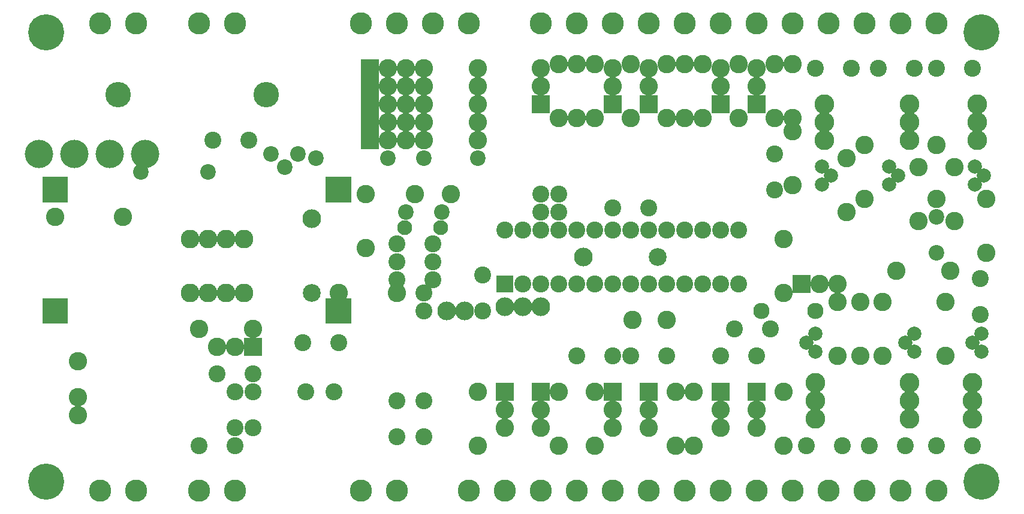
<source format=gbr>
%FSLAX34Y34*%
%MOMM*%
%LNSOLDERMASK_TOP*%
G71*
G01*
%ADD10C, 5.10*%
%ADD11C, 2.40*%
%ADD12C, 3.14*%
%ADD13C, 2.60*%
%ADD14C, 2.63*%
%ADD15C, 2.51*%
%ADD16C, 2.64*%
%ADD17C, 2.40*%
%ADD18C, 2.60*%
%ADD19C, 2.20*%
%ADD20C, 2.10*%
%ADD21C, 2.64*%
%ADD22C, 2.30*%
%ADD23C, 3.60*%
%ADD24C, 4.00*%
%ADD25C, 2.60*%
%ADD26C, 2.80*%
%ADD27C, 2.00*%
%LPD*%
X88900Y-107950D02*
G54D10*
D03*
X88900Y-742950D02*
G54D10*
D03*
X1409700Y-107950D02*
G54D10*
D03*
X1409700Y-742950D02*
G54D10*
D03*
G36*
X83600Y-312200D02*
X119600Y-312200D01*
X119600Y-348200D01*
X83600Y-348200D01*
X83600Y-312200D01*
G37*
G36*
X83600Y-483650D02*
X119600Y-483650D01*
X119600Y-519650D01*
X83600Y-519650D01*
X83600Y-483650D01*
G37*
G36*
X483650Y-483650D02*
X519650Y-483650D01*
X519650Y-519650D01*
X483650Y-519650D01*
X483650Y-483650D01*
G37*
G36*
X483650Y-312200D02*
X519650Y-312200D01*
X519650Y-348200D01*
X483650Y-348200D01*
X483650Y-312200D01*
G37*
G36*
X724600Y-451550D02*
X748600Y-451550D01*
X748600Y-475550D01*
X724600Y-475550D01*
X724600Y-451550D01*
G37*
X762000Y-463550D02*
G54D11*
D03*
X787400Y-463550D02*
G54D11*
D03*
X812800Y-463550D02*
G54D11*
D03*
X838200Y-463550D02*
G54D11*
D03*
X863600Y-463550D02*
G54D11*
D03*
X889000Y-463550D02*
G54D11*
D03*
X914400Y-463550D02*
G54D11*
D03*
X939800Y-463550D02*
G54D11*
D03*
X965200Y-463550D02*
G54D11*
D03*
X990600Y-463550D02*
G54D11*
D03*
X1016000Y-463550D02*
G54D11*
D03*
X1041400Y-463550D02*
G54D11*
D03*
X1066800Y-463550D02*
G54D11*
D03*
X1066800Y-387350D02*
G54D11*
D03*
X1041400Y-387350D02*
G54D11*
D03*
X1016000Y-387350D02*
G54D11*
D03*
X990600Y-387350D02*
G54D11*
D03*
X965200Y-387350D02*
G54D11*
D03*
X939800Y-387350D02*
G54D11*
D03*
X914400Y-387350D02*
G54D11*
D03*
X889000Y-387350D02*
G54D11*
D03*
X863600Y-387350D02*
G54D11*
D03*
X838200Y-387350D02*
G54D11*
D03*
X812800Y-387350D02*
G54D11*
D03*
X787400Y-387350D02*
G54D11*
D03*
X762000Y-387350D02*
G54D11*
D03*
X736600Y-387350D02*
G54D11*
D03*
X215900Y-755650D02*
G54D12*
D03*
X165100Y-755650D02*
G54D12*
D03*
X165100Y-95250D02*
G54D12*
D03*
X215900Y-95250D02*
G54D12*
D03*
X304800Y-95250D02*
G54D12*
D03*
X355600Y-95250D02*
G54D12*
D03*
X1295400Y-755650D02*
G54D12*
D03*
X1244600Y-755650D02*
G54D12*
D03*
X1346200Y-755650D02*
G54D12*
D03*
X1143000Y-755650D02*
G54D12*
D03*
X1092200Y-755650D02*
G54D12*
D03*
X1193800Y-755650D02*
G54D12*
D03*
X990600Y-755650D02*
G54D12*
D03*
X939800Y-755650D02*
G54D12*
D03*
X1041400Y-755650D02*
G54D12*
D03*
X838200Y-755650D02*
G54D12*
D03*
X787400Y-755650D02*
G54D12*
D03*
X889000Y-755650D02*
G54D12*
D03*
X584200Y-755650D02*
G54D12*
D03*
X533400Y-755650D02*
G54D12*
D03*
X355600Y-755650D02*
G54D12*
D03*
X304800Y-755650D02*
G54D12*
D03*
X133320Y-649319D02*
G54D13*
D03*
X133320Y-573119D02*
G54D13*
D03*
X368300Y-476250D02*
G54D14*
D03*
X342900Y-476250D02*
G54D14*
D03*
X317500Y-476250D02*
G54D14*
D03*
X292100Y-476250D02*
G54D14*
D03*
X368300Y-400050D02*
G54D14*
D03*
X342900Y-400050D02*
G54D14*
D03*
X317500Y-400050D02*
G54D14*
D03*
X292100Y-400050D02*
G54D14*
D03*
X463550Y-476250D02*
G54D15*
D03*
X463550Y-371475D02*
G54D16*
D03*
X304800Y-527050D02*
G54D13*
D03*
X381000Y-527050D02*
G54D13*
D03*
X304800Y-692150D02*
G54D17*
D03*
X355600Y-692150D02*
G54D17*
D03*
X330200Y-590550D02*
G54D17*
D03*
X381000Y-590550D02*
G54D17*
D03*
X381000Y-666750D02*
G54D17*
D03*
X381000Y-615950D02*
G54D17*
D03*
X355600Y-615950D02*
G54D17*
D03*
X355600Y-666750D02*
G54D17*
D03*
G36*
X394000Y-565450D02*
X368000Y-565450D01*
X368000Y-539450D01*
X394000Y-539450D01*
X394000Y-565450D01*
G37*
X355600Y-552450D02*
G54D18*
D03*
X330200Y-552450D02*
G54D18*
D03*
X450850Y-546100D02*
G54D17*
D03*
X501650Y-546100D02*
G54D17*
D03*
X495300Y-615950D02*
G54D17*
D03*
X455300Y-615950D02*
G54D17*
D03*
G36*
X749600Y-602950D02*
X749600Y-628950D01*
X723600Y-628950D01*
X723600Y-602950D01*
X749600Y-602950D01*
G37*
X736600Y-641350D02*
G54D18*
D03*
X736600Y-666750D02*
G54D18*
D03*
G36*
X800400Y-602950D02*
X800400Y-628950D01*
X774400Y-628950D01*
X774400Y-602950D01*
X800400Y-602950D01*
G37*
X787400Y-641350D02*
G54D18*
D03*
X787400Y-666750D02*
G54D18*
D03*
G36*
X902000Y-602950D02*
X902000Y-628950D01*
X876000Y-628950D01*
X876000Y-602950D01*
X902000Y-602950D01*
G37*
X889000Y-641350D02*
G54D18*
D03*
X889000Y-666750D02*
G54D18*
D03*
G36*
X952800Y-602950D02*
X952800Y-628950D01*
X926800Y-628950D01*
X926800Y-602950D01*
X952800Y-602950D01*
G37*
X939800Y-641350D02*
G54D18*
D03*
X939800Y-666750D02*
G54D18*
D03*
G36*
X1054400Y-602950D02*
X1054400Y-628950D01*
X1028400Y-628950D01*
X1028400Y-602950D01*
X1054400Y-602950D01*
G37*
X1041400Y-641350D02*
G54D18*
D03*
X1041400Y-666750D02*
G54D18*
D03*
G36*
X1105200Y-602950D02*
X1105200Y-628950D01*
X1079200Y-628950D01*
X1079200Y-602950D01*
X1105200Y-602950D01*
G37*
X1092200Y-641350D02*
G54D18*
D03*
X1092200Y-666750D02*
G54D18*
D03*
X698500Y-692150D02*
G54D13*
D03*
X698500Y-615950D02*
G54D13*
D03*
X812800Y-615950D02*
G54D13*
D03*
X812800Y-692150D02*
G54D13*
D03*
X863600Y-615950D02*
G54D13*
D03*
X863600Y-692150D02*
G54D13*
D03*
X977900Y-615950D02*
G54D13*
D03*
X977900Y-692150D02*
G54D13*
D03*
X1003300Y-615950D02*
G54D13*
D03*
X1003300Y-692150D02*
G54D13*
D03*
X1130300Y-615950D02*
G54D13*
D03*
X1130300Y-692150D02*
G54D13*
D03*
X622300Y-628650D02*
G54D17*
D03*
X622300Y-679450D02*
G54D17*
D03*
X584200Y-628650D02*
G54D17*
D03*
X584200Y-679450D02*
G54D17*
D03*
X838200Y-565150D02*
G54D17*
D03*
X889000Y-565150D02*
G54D17*
D03*
X914400Y-565150D02*
G54D17*
D03*
X965200Y-565150D02*
G54D17*
D03*
X965200Y-514350D02*
G54D13*
D03*
X916800Y-514350D02*
G54D13*
D03*
X1041400Y-565150D02*
G54D17*
D03*
X1092200Y-565150D02*
G54D17*
D03*
X1060450Y-527050D02*
G54D17*
D03*
X1111250Y-527050D02*
G54D17*
D03*
X1295400Y-95250D02*
G54D12*
D03*
X1346200Y-95250D02*
G54D12*
D03*
X1244600Y-95250D02*
G54D12*
D03*
X1143000Y-95250D02*
G54D12*
D03*
X1193800Y-95250D02*
G54D12*
D03*
X1092200Y-95250D02*
G54D12*
D03*
X990600Y-95250D02*
G54D12*
D03*
X1041400Y-95250D02*
G54D12*
D03*
X939800Y-95250D02*
G54D12*
D03*
X838200Y-95250D02*
G54D12*
D03*
X889000Y-95250D02*
G54D12*
D03*
X787400Y-95250D02*
G54D12*
D03*
X533400Y-95250D02*
G54D12*
D03*
X584200Y-95250D02*
G54D12*
D03*
X1346130Y-368380D02*
G54D19*
D03*
X1346130Y-419180D02*
G54D19*
D03*
G36*
X1079200Y-222550D02*
X1079200Y-196550D01*
X1105200Y-196550D01*
X1105200Y-222550D01*
X1079200Y-222550D01*
G37*
X1092200Y-184150D02*
G54D18*
D03*
X1092200Y-158750D02*
G54D18*
D03*
G36*
X1028400Y-222550D02*
X1028400Y-196550D01*
X1054400Y-196550D01*
X1054400Y-222550D01*
X1028400Y-222550D01*
G37*
X1041400Y-184150D02*
G54D18*
D03*
X1041400Y-158750D02*
G54D18*
D03*
G36*
X926800Y-222550D02*
X926800Y-196550D01*
X952800Y-196550D01*
X952800Y-222550D01*
X926800Y-222550D01*
G37*
X939800Y-184150D02*
G54D18*
D03*
X939800Y-158750D02*
G54D18*
D03*
G36*
X876000Y-222550D02*
X876000Y-196550D01*
X902000Y-196550D01*
X902000Y-222550D01*
X876000Y-222550D01*
G37*
X889000Y-184150D02*
G54D18*
D03*
X889000Y-158750D02*
G54D18*
D03*
G36*
X774400Y-222550D02*
X774400Y-196550D01*
X800400Y-196550D01*
X800400Y-222550D01*
X774400Y-222550D01*
G37*
X787400Y-184150D02*
G54D18*
D03*
X787400Y-158750D02*
G54D18*
D03*
X1117600Y-152400D02*
G54D13*
D03*
X1117600Y-228600D02*
G54D13*
D03*
X1143000Y-152400D02*
G54D13*
D03*
X1143000Y-228600D02*
G54D13*
D03*
X1066800Y-152400D02*
G54D13*
D03*
X1066800Y-228600D02*
G54D13*
D03*
X1016000Y-152400D02*
G54D13*
D03*
X1016000Y-228600D02*
G54D13*
D03*
X965200Y-152400D02*
G54D13*
D03*
X965200Y-228600D02*
G54D13*
D03*
X990600Y-152400D02*
G54D13*
D03*
X990600Y-228600D02*
G54D13*
D03*
X914400Y-152400D02*
G54D13*
D03*
X914400Y-228600D02*
G54D13*
D03*
X863600Y-152400D02*
G54D13*
D03*
X863600Y-228600D02*
G54D13*
D03*
X838200Y-152400D02*
G54D13*
D03*
X838200Y-228600D02*
G54D13*
D03*
X812800Y-152400D02*
G54D13*
D03*
X812800Y-228600D02*
G54D13*
D03*
G36*
X533100Y-145750D02*
X559100Y-145750D01*
X559100Y-171750D01*
X533100Y-171750D01*
X533100Y-145750D01*
G37*
X571500Y-158750D02*
G54D18*
D03*
X596900Y-158750D02*
G54D18*
D03*
G36*
X533100Y-171150D02*
X559100Y-171150D01*
X559100Y-197150D01*
X533100Y-197150D01*
X533100Y-171150D01*
G37*
X571500Y-184150D02*
G54D18*
D03*
X596900Y-184150D02*
G54D18*
D03*
G36*
X533100Y-196550D02*
X559100Y-196550D01*
X559100Y-222550D01*
X533100Y-222550D01*
X533100Y-196550D01*
G37*
X571500Y-209550D02*
G54D18*
D03*
X596900Y-209550D02*
G54D18*
D03*
G36*
X533100Y-221950D02*
X559100Y-221950D01*
X559100Y-247950D01*
X533100Y-247950D01*
X533100Y-221950D01*
G37*
X571500Y-234950D02*
G54D18*
D03*
X596900Y-234950D02*
G54D18*
D03*
G36*
X533100Y-247350D02*
X559100Y-247350D01*
X559100Y-273350D01*
X533100Y-273350D01*
X533100Y-247350D01*
G37*
X571500Y-260350D02*
G54D18*
D03*
X596900Y-260350D02*
G54D18*
D03*
X622300Y-158750D02*
G54D13*
D03*
X698500Y-158750D02*
G54D13*
D03*
X622300Y-184150D02*
G54D13*
D03*
X698500Y-184150D02*
G54D13*
D03*
X622300Y-209550D02*
G54D13*
D03*
X698500Y-209550D02*
G54D13*
D03*
X622300Y-234950D02*
G54D13*
D03*
X698500Y-234950D02*
G54D13*
D03*
X622300Y-260350D02*
G54D13*
D03*
X698500Y-260350D02*
G54D13*
D03*
X1143000Y-247650D02*
G54D13*
D03*
X1143000Y-323850D02*
G54D13*
D03*
X1117600Y-279400D02*
G54D17*
D03*
X1117600Y-330200D02*
G54D17*
D03*
X812800Y-336550D02*
G54D17*
D03*
X812800Y-361950D02*
G54D17*
D03*
X787400Y-361950D02*
G54D17*
D03*
X787400Y-336550D02*
G54D17*
D03*
X609600Y-336550D02*
G54D13*
D03*
X660400Y-336550D02*
G54D13*
D03*
X595312Y-384175D02*
G54D20*
D03*
X646112Y-384175D02*
G54D20*
D03*
X596900Y-361950D02*
G54D19*
D03*
X647700Y-361950D02*
G54D19*
D03*
X584200Y-406400D02*
G54D17*
D03*
X635000Y-406400D02*
G54D17*
D03*
X584200Y-431800D02*
G54D17*
D03*
X635000Y-431800D02*
G54D17*
D03*
X584200Y-457200D02*
G54D17*
D03*
X635000Y-457200D02*
G54D17*
D03*
X952500Y-425450D02*
G54D15*
D03*
X847725Y-425450D02*
G54D16*
D03*
X584200Y-476250D02*
G54D13*
D03*
X501650Y-476250D02*
G54D13*
D03*
X889000Y-355600D02*
G54D17*
D03*
X939800Y-355600D02*
G54D17*
D03*
X133320Y-623919D02*
G54D13*
D03*
X635000Y-95250D02*
G54D12*
D03*
X685800Y-95250D02*
G54D12*
D03*
X736600Y-755650D02*
G54D12*
D03*
X685800Y-755650D02*
G54D12*
D03*
X787400Y-495300D02*
G54D21*
D03*
X762000Y-495300D02*
G54D21*
D03*
X736442Y-495342D02*
G54D21*
D03*
X704850Y-450850D02*
G54D17*
D03*
X704850Y-501650D02*
G54D17*
D03*
X679450Y-501650D02*
G54D21*
D03*
X654050Y-501650D02*
G54D21*
D03*
X1098550Y-501650D02*
G54D22*
D03*
X1174750Y-501650D02*
G54D22*
D03*
G36*
X1142700Y-450550D02*
X1168700Y-450550D01*
X1168700Y-476550D01*
X1142700Y-476550D01*
X1142700Y-450550D01*
G37*
X1181100Y-463550D02*
G54D18*
D03*
X1206500Y-463550D02*
G54D18*
D03*
X190088Y-195900D02*
G54D23*
D03*
X399638Y-195900D02*
G54D23*
D03*
X228600Y-279400D02*
G54D24*
D03*
X178600Y-279400D02*
G54D24*
D03*
X128600Y-279400D02*
G54D24*
D03*
X78600Y-279400D02*
G54D24*
D03*
X101600Y-368300D02*
G54D25*
D03*
X196850Y-368300D02*
G54D25*
D03*
X622300Y-501650D02*
G54D17*
D03*
X622300Y-476250D02*
G54D17*
D03*
X1403350Y-260350D02*
G54D26*
D03*
X1403350Y-234950D02*
G54D26*
D03*
X1403350Y-209550D02*
G54D26*
D03*
X1187450Y-260350D02*
G54D26*
D03*
X1187450Y-234950D02*
G54D26*
D03*
X1187450Y-209550D02*
G54D26*
D03*
X1308100Y-260350D02*
G54D26*
D03*
X1308100Y-234950D02*
G54D26*
D03*
X1308100Y-209550D02*
G54D26*
D03*
X1225550Y-158750D02*
G54D17*
D03*
X1174750Y-158750D02*
G54D17*
D03*
X1263650Y-158750D02*
G54D17*
D03*
X1314450Y-158750D02*
G54D17*
D03*
X1346200Y-158750D02*
G54D17*
D03*
X1397000Y-158750D02*
G54D17*
D03*
X1219200Y-285750D02*
G54D13*
D03*
X1219200Y-361950D02*
G54D13*
D03*
X1244600Y-342900D02*
G54D13*
D03*
X1244600Y-266700D02*
G54D13*
D03*
X1184064Y-297250D02*
G54D27*
D03*
X1196763Y-309950D02*
G54D27*
D03*
X1184063Y-322650D02*
G54D27*
D03*
X1279314Y-297249D02*
G54D27*
D03*
X1292014Y-309950D02*
G54D27*
D03*
X1279314Y-322650D02*
G54D27*
D03*
X698500Y-285750D02*
G54D19*
D03*
X622300Y-285750D02*
G54D19*
D03*
X571500Y-285750D02*
G54D19*
D03*
X1320800Y-374650D02*
G54D13*
D03*
X1320800Y-298450D02*
G54D13*
D03*
X1346200Y-342900D02*
G54D13*
D03*
X1346200Y-266700D02*
G54D13*
D03*
X1399964Y-297249D02*
G54D27*
D03*
X1412664Y-309950D02*
G54D27*
D03*
X1399964Y-322650D02*
G54D27*
D03*
X1371600Y-374650D02*
G54D13*
D03*
X1371600Y-298450D02*
G54D13*
D03*
X1416050Y-419100D02*
G54D13*
D03*
X1416050Y-342900D02*
G54D13*
D03*
X1174750Y-603250D02*
G54D26*
D03*
X1174750Y-628650D02*
G54D26*
D03*
X1174750Y-654050D02*
G54D26*
D03*
X1397000Y-603250D02*
G54D26*
D03*
X1397000Y-628650D02*
G54D26*
D03*
X1397000Y-654050D02*
G54D26*
D03*
X1308100Y-603250D02*
G54D26*
D03*
X1308100Y-628650D02*
G54D26*
D03*
X1308100Y-654050D02*
G54D26*
D03*
X1212850Y-692150D02*
G54D17*
D03*
X1162050Y-692150D02*
G54D17*
D03*
X1250950Y-692150D02*
G54D17*
D03*
X1301750Y-692150D02*
G54D17*
D03*
X1346200Y-692150D02*
G54D17*
D03*
X1397000Y-692150D02*
G54D17*
D03*
X1174750Y-558800D02*
G54D27*
D03*
X1162050Y-546100D02*
G54D27*
D03*
X1174750Y-533400D02*
G54D27*
D03*
X1314450Y-558800D02*
G54D27*
D03*
X1301750Y-546100D02*
G54D27*
D03*
X1314450Y-533400D02*
G54D27*
D03*
X1409700Y-558800D02*
G54D27*
D03*
X1397000Y-546100D02*
G54D27*
D03*
X1409700Y-533400D02*
G54D27*
D03*
X1206500Y-565150D02*
G54D13*
D03*
X1206500Y-488950D02*
G54D13*
D03*
X1358900Y-565150D02*
G54D13*
D03*
X1358900Y-488950D02*
G54D13*
D03*
X1130300Y-476250D02*
G54D13*
D03*
X1130300Y-400050D02*
G54D13*
D03*
X1238250Y-565150D02*
G54D13*
D03*
X1238250Y-488950D02*
G54D13*
D03*
X1270000Y-565150D02*
G54D13*
D03*
X1270000Y-488950D02*
G54D13*
D03*
X1365250Y-444500D02*
G54D13*
D03*
X1289050Y-444500D02*
G54D13*
D03*
X469900Y-285750D02*
G54D19*
D03*
X1408130Y-455675D02*
G54D17*
D03*
X1408130Y-506475D02*
G54D17*
D03*
X406400Y-279400D02*
G54D19*
D03*
X444500Y-279400D02*
G54D19*
D03*
X425450Y-298450D02*
G54D19*
D03*
X222250Y-304800D02*
G54D19*
D03*
X317500Y-304800D02*
G54D19*
D03*
X323850Y-260350D02*
G54D17*
D03*
X374650Y-260350D02*
G54D17*
D03*
X539750Y-336550D02*
G54D13*
D03*
X539750Y-412750D02*
G54D13*
D03*
M02*

</source>
